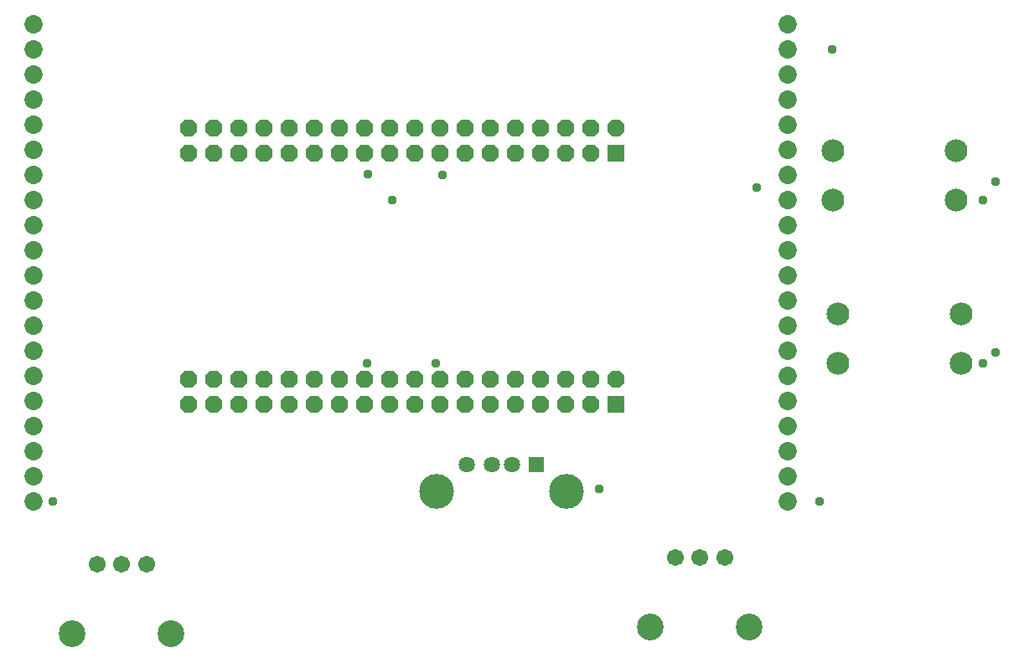
<source format=gbr>
G04 EAGLE Gerber RS-274X export*
G75*
%MOMM*%
%FSLAX34Y34*%
%LPD*%
%INSoldermask Bottom*%
%IPPOS*%
%AMOC8*
5,1,8,0,0,1.08239X$1,22.5*%
G01*
G04 Define Apertures*
%ADD10R,1.631200X1.631200*%
%ADD11C,1.631200*%
%ADD12C,3.519200*%
%ADD13C,1.711200*%
%ADD14C,2.703200*%
%ADD15C,2.303200*%
%ADD16C,1.853200*%
%ADD17R,1.727200X1.727200*%
%ADD18P,1.8695X8X202.5*%
%ADD19C,0.959600*%
D10*
X812800Y418860D03*
D11*
X787800Y418860D03*
X767800Y418860D03*
X742800Y418860D03*
D12*
X843500Y391760D03*
X712100Y391760D03*
D13*
X418700Y317500D03*
X393700Y317500D03*
X368700Y317500D03*
D14*
X443700Y247500D03*
X343700Y247500D03*
D13*
X1002900Y324438D03*
X977900Y324438D03*
X952900Y324438D03*
D14*
X1027900Y254438D03*
X927900Y254438D03*
D15*
X1237250Y736200D03*
X1237250Y686200D03*
X1112250Y686200D03*
X1112250Y736200D03*
X1242228Y571100D03*
X1242228Y521100D03*
X1117228Y521100D03*
X1117228Y571100D03*
D16*
X304800Y863600D03*
X304800Y838200D03*
X304800Y812800D03*
X304800Y787400D03*
X304800Y762000D03*
X304800Y736600D03*
X304800Y711200D03*
X304800Y685800D03*
X304800Y660400D03*
X304800Y635000D03*
X304800Y609600D03*
X304800Y584200D03*
X304800Y558800D03*
X304800Y533400D03*
X304800Y508000D03*
X304800Y482600D03*
X304800Y457200D03*
X304800Y431800D03*
X304800Y406400D03*
X304800Y381000D03*
X1066800Y381000D03*
X1066800Y406400D03*
X1066800Y431800D03*
X1066800Y457200D03*
X1066800Y482600D03*
X1066800Y508000D03*
X1066800Y533400D03*
X1066800Y558800D03*
X1066800Y584200D03*
X1066800Y609600D03*
X1066800Y635000D03*
X1066800Y660400D03*
X1066800Y685800D03*
X1066800Y711200D03*
X1066800Y736600D03*
X1066800Y762000D03*
X1066800Y787400D03*
X1066800Y812800D03*
X1066800Y838200D03*
X1066800Y863600D03*
D17*
X893400Y479800D03*
D18*
X893400Y505200D03*
X868000Y479800D03*
X868000Y505200D03*
X842600Y479800D03*
X842600Y505200D03*
X817200Y479800D03*
X817200Y505200D03*
X791800Y479800D03*
X791800Y505200D03*
X766400Y479800D03*
X766400Y505200D03*
X741000Y479800D03*
X741000Y505200D03*
X715600Y479800D03*
X715600Y505200D03*
X690200Y479800D03*
X690200Y505200D03*
X664800Y479800D03*
X664800Y505200D03*
X639400Y479800D03*
X639400Y505200D03*
X614000Y479800D03*
X614000Y505200D03*
X588600Y479800D03*
X588600Y505200D03*
X563200Y479800D03*
X563200Y505200D03*
X537800Y479800D03*
X537800Y505200D03*
X512400Y479800D03*
X512400Y505200D03*
X487000Y479800D03*
X487000Y505200D03*
X461600Y479800D03*
X461600Y505200D03*
D17*
X893400Y733800D03*
D18*
X893400Y759200D03*
X868000Y733800D03*
X868000Y759200D03*
X842600Y733800D03*
X842600Y759200D03*
X817200Y733800D03*
X817200Y759200D03*
X791800Y733800D03*
X791800Y759200D03*
X766400Y733800D03*
X766400Y759200D03*
X741000Y733800D03*
X741000Y759200D03*
X715600Y733800D03*
X715600Y759200D03*
X690200Y733800D03*
X690200Y759200D03*
X664800Y733800D03*
X664800Y759200D03*
X639400Y733800D03*
X639400Y759200D03*
X614000Y733800D03*
X614000Y759200D03*
X588600Y733800D03*
X588600Y759200D03*
X563200Y733800D03*
X563200Y759200D03*
X537800Y733800D03*
X537800Y759200D03*
X512400Y733800D03*
X512400Y759200D03*
X487000Y733800D03*
X487000Y759200D03*
X461600Y733800D03*
X461600Y759200D03*
D19*
X876300Y393700D03*
X1098550Y381000D03*
X1263650Y520700D03*
X1263650Y685800D03*
X1111250Y838200D03*
X717550Y711200D03*
X323850Y381000D03*
X641350Y520700D03*
X711200Y520700D03*
X642299Y712149D03*
X1276350Y704850D03*
X1276350Y531979D03*
X666750Y685800D03*
X1035050Y698500D03*
M02*

</source>
